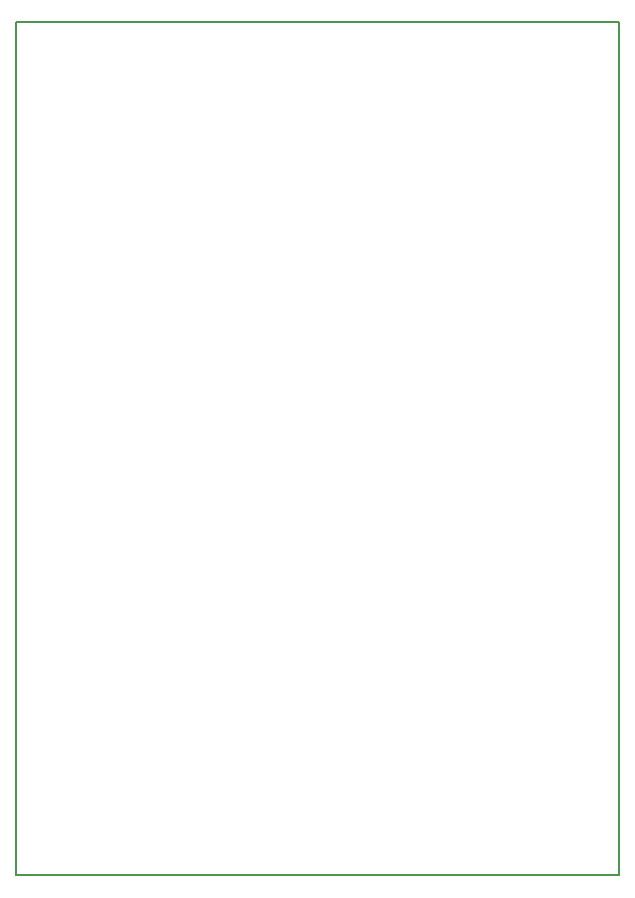
<source format=gbr>
G04*
G04  File:            STEP_DIMA1A.GBR, Thu Jun 24 12:16:09 2021*
G04  Source:          P-CAD 2004 PCB, Version 18.04.615, (D:\proj\velograph\snail\pcb\step_dima1a.pcb)*
G04  Format:          Gerber Format (RS-274-D), ASCII*
G04*
G04  Format Options:  Absolute Positioning*
G04                   Leading-Zero Suppression*
G04                   Scale Factor 1:1*
G04                   NO Circular Interpolation*
G04                   Millimeter Units*
G04                   Numeric Format: 5.3 (XXXXX.XXX)*
G04                   G54 NOT Used for Aperture Change*
G04                   Apertures Embedded*
G04*
G04  File Options:    Offset = (0.000mm,0.000mm)*
G04                   Drill Symbol Size = 0.000mm*
G04                   No Pad/Via Holes*
G04*
G04  File Contents:   No Pads*
G04                   No Vias*
G04                   No Designators*
G04                   No Types*
G04                   No Values*
G04                   No Drill Symbols*
G04                   Board*
G04*
%INSTEP_DIMA1A.GBR*%
%ICAS*%
%MOMM*%
G04*
G04  Aperture MACROs for general use --- invoked via D-code assignment *
G04*
G04  General MACRO for flashed round with rotation and/or offset hole *
%AMROTOFFROUND*
1,1,$1,0.0000,0.0000*
1,0,$2,$3,$4*%
G04*
G04  General MACRO for flashed oval (obround) with rotation and/or offset hole *
%AMROTOFFOVAL*
21,1,$1,$2,0.0000,0.0000,$3*
1,1,$4,$5,$6*
1,1,$4,0-$5,0-$6*
1,0,$7,$8,$9*%
G04*
G04  General MACRO for flashed oval (obround) with rotation and no hole *
%AMROTOVALNOHOLE*
21,1,$1,$2,0.0000,0.0000,$3*
1,1,$4,$5,$6*
1,1,$4,0-$5,0-$6*%
G04*
G04  General MACRO for flashed rectangle with rotation and/or offset hole *
%AMROTOFFRECT*
21,1,$1,$2,0.0000,0.0000,$3*
1,0,$4,$5,$6*%
G04*
G04  General MACRO for flashed rectangle with rotation and no hole *
%AMROTRECTNOHOLE*
21,1,$1,$2,0.0000,0.0000,$3*%
G04*
G04  General MACRO for flashed rounded-rectangle *
%AMROUNDRECT*
21,1,$1,$2-$4,0.0000,0.0000,$3*
21,1,$1-$4,$2,0.0000,0.0000,$3*
1,1,$4,$5,$6*
1,1,$4,$7,$8*
1,1,$4,0-$5,0-$6*
1,1,$4,0-$7,0-$8*
1,0,$9,$10,$11*%
G04*
G04  General MACRO for flashed rounded-rectangle with rotation and no hole *
%AMROUNDRECTNOHOLE*
21,1,$1,$2-$4,0.0000,0.0000,$3*
21,1,$1-$4,$2,0.0000,0.0000,$3*
1,1,$4,$5,$6*
1,1,$4,$7,$8*
1,1,$4,0-$5,0-$6*
1,1,$4,0-$7,0-$8*%
G04*
G04  General MACRO for flashed regular polygon *
%AMREGPOLY*
5,1,$1,0.0000,0.0000,$2,$3+$4*
1,0,$5,$6,$7*%
G04*
G04  General MACRO for flashed regular polygon with no hole *
%AMREGPOLYNOHOLE*
5,1,$1,0.0000,0.0000,$2,$3+$4*%
G04*
G04  General MACRO for target *
%AMTARGET*
6,0,0,$1,$2,$3,4,$4,$5,$6*%
G04*
G04  General MACRO for mounting hole *
%AMMTHOLE*
1,1,$1,0,0*
1,0,$2,0,0*
$1=$1-$2*
$1=$1/2*
21,1,$2+$1,$3,0,0,$4*
21,1,$3,$2+$1,0,0,$4*%
G04*
G04*
G04  D10 : "Ellipse X0.254mm Y0.254mm H0.000mm 0.0deg (0.000mm,0.000mm) Draw"*
G04  Disc: OuterDia=0.2540*
%ADD10C, 0.2540*%
G04  D11 : "Ellipse X0.025mm Y0.025mm H0.000mm 0.0deg (0.000mm,0.000mm) Draw"*
G04  Disc: OuterDia=0.0254*
%ADD11C, 0.0254*%
G04  D12 : "Ellipse X0.300mm Y0.300mm H0.000mm 0.0deg (0.000mm,0.000mm) Draw"*
G04  Disc: OuterDia=0.3000*
%ADD12C, 0.3000*%
G04  D13 : "Ellipse X0.305mm Y0.305mm H0.000mm 0.0deg (0.000mm,0.000mm) Draw"*
G04  Disc: OuterDia=0.3048*
%ADD13C, 0.3048*%
G04  D14 : "Ellipse X0.310mm Y0.310mm H0.000mm 0.0deg (0.000mm,0.000mm) Draw"*
G04  Disc: OuterDia=0.3100*
%ADD14C, 0.3100*%
G04  D15 : "Ellipse X0.350mm Y0.350mm H0.000mm 0.0deg (0.000mm,0.000mm) Draw"*
G04  Disc: OuterDia=0.3500*
%ADD15C, 0.3500*%
G04  D16 : "Ellipse X0.381mm Y0.381mm H0.000mm 0.0deg (0.000mm,0.000mm) Draw"*
G04  Disc: OuterDia=0.3810*
%ADD16C, 0.3810*%
G04  D17 : "Ellipse X0.500mm Y0.500mm H0.000mm 0.0deg (0.000mm,0.000mm) Draw"*
G04  Disc: OuterDia=0.5000*
%ADD17C, 0.5000*%
G04  D18 : "Ellipse X0.064mm Y0.064mm H0.000mm 0.0deg (0.000mm,0.000mm) Draw"*
G04  Disc: OuterDia=0.0635*
%ADD18C, 0.0635*%
G04  D19 : "Ellipse X0.635mm Y0.635mm H0.000mm 0.0deg (0.000mm,0.000mm) Draw"*
G04  Disc: OuterDia=0.6350*
%ADD19C, 0.6350*%
G04  D20 : "Ellipse X0.700mm Y0.700mm H0.000mm 0.0deg (0.000mm,0.000mm) Draw"*
G04  Disc: OuterDia=0.7000*
%ADD20C, 0.7000*%
G04  D21 : "Ellipse X0.076mm Y0.076mm H0.000mm 0.0deg (0.000mm,0.000mm) Draw"*
G04  Disc: OuterDia=0.0762*
%ADD21C, 0.0762*%
G04  D22 : "Ellipse X0.100mm Y0.100mm H0.000mm 0.0deg (0.000mm,0.000mm) Draw"*
G04  Disc: OuterDia=0.1000*
%ADD22C, 0.1000*%
G04  D23 : "Ellipse X1.000mm Y1.000mm H0.000mm 0.0deg (0.000mm,0.000mm) Draw"*
G04  Disc: OuterDia=1.0000*
%ADD23C, 1.0000*%
G04  D24 : "Ellipse X0.102mm Y0.102mm H0.000mm 0.0deg (0.000mm,0.000mm) Draw"*
G04  Disc: OuterDia=0.1016*
%ADD24C, 0.1016*%
G04  D25 : "Ellipse X0.127mm Y0.127mm H0.000mm 0.0deg (0.000mm,0.000mm) Draw"*
G04  Disc: OuterDia=0.1270*
%ADD25C, 0.1270*%
G04  D26 : "Ellipse X1.300mm Y1.300mm H0.000mm 0.0deg (0.000mm,0.000mm) Draw"*
G04  Disc: OuterDia=1.3000*
%ADD26C, 1.3000*%
G04  D27 : "Ellipse X1.500mm Y1.500mm H0.000mm 0.0deg (0.000mm,0.000mm) Draw"*
G04  Disc: OuterDia=1.5000*
%ADD27C, 1.5000*%
G04  D28 : "Ellipse X0.200mm Y0.200mm H0.000mm 0.0deg (0.000mm,0.000mm) Draw"*
G04  Disc: OuterDia=0.2000*
%ADD28C, 0.2000*%
G04  D29 : "Ellipse X2.000mm Y2.000mm H0.000mm 0.0deg (0.000mm,0.000mm) Draw"*
G04  Disc: OuterDia=2.0000*
%ADD29C, 2.0000*%
G04  D30 : "Ellipse X0.203mm Y0.203mm H0.000mm 0.0deg (0.000mm,0.000mm) Draw"*
G04  Disc: OuterDia=0.2032*
%ADD30C, 0.2032*%
G04  D31 : "Ellipse X0.250mm Y0.250mm H0.000mm 0.0deg (0.000mm,0.000mm) Draw"*
G04  Disc: OuterDia=0.2500*
%ADD31C, 0.2500*%
G04  D32 : "Ellipse X2.602mm Y2.602mm H0.000mm 0.0deg (0.000mm,0.000mm) Flash"*
G04  Disc: OuterDia=2.6020*
%ADD32C, 2.6020*%
G04  D33 : "Ellipse X3.602mm Y3.602mm H0.000mm 0.0deg (0.000mm,0.000mm) Flash"*
G04  Disc: OuterDia=3.6020*
%ADD33C, 3.6020*%
G04  D34 : "Ellipse X1.270mm Y1.270mm H0.000mm 0.0deg (0.000mm,0.000mm) Flash"*
G04  Disc: OuterDia=1.2700*
%ADD34C, 1.2700*%
G04  D35 : "Ellipse X1.372mm Y1.372mm H0.000mm 0.0deg (0.000mm,0.000mm) Flash"*
G04  Disc: OuterDia=1.3720*
%ADD35C, 1.3720*%
G04  D36 : "Ellipse X1.400mm Y1.400mm H0.000mm 0.0deg (0.000mm,0.000mm) Flash"*
G04  Disc: OuterDia=1.4000*
%ADD36C, 1.4000*%
G04  D37 : "Ellipse X1.502mm Y1.502mm H0.000mm 0.0deg (0.000mm,0.000mm) Flash"*
G04  Disc: OuterDia=1.5020*
%ADD37C, 1.5020*%
G04  D38 : "Ellipse X1.600mm Y1.600mm H0.000mm 0.0deg (0.000mm,0.000mm) Flash"*
G04  Disc: OuterDia=1.6000*
%ADD38C, 1.6000*%
G04  D39 : "Ellipse X1.702mm Y1.702mm H0.000mm 0.0deg (0.000mm,0.000mm) Flash"*
G04  Disc: OuterDia=1.7020*
%ADD39C, 1.7020*%
G04  D40 : "Ellipse X1.800mm Y1.800mm H0.000mm 0.0deg (0.000mm,0.000mm) Flash"*
G04  Disc: OuterDia=1.8000*
%ADD40C, 1.8000*%
G04  D41 : "Ellipse X1.902mm Y1.902mm H0.000mm 0.0deg (0.000mm,0.000mm) Flash"*
G04  Disc: OuterDia=1.9020*
%ADD41C, 1.9020*%
G04  D42 : "Ellipse X2.500mm Y2.500mm H0.000mm 0.0deg (0.000mm,0.000mm) Flash"*
G04  Disc: OuterDia=2.5000*
%ADD42C, 2.5000*%
G04  D43 : "Mounting Hole X3.500mm Y3.500mm H0.000mm 0.0deg (0.000mm,0.000mm) Flash"*
G04  Mounting Hole: Diameter=3.5000, Rotation=0.0, LineWidth=0.1270 *
%ADD43MTHOLE, 3.5000 X2.9920 X0.1270 X0.0*%
G04  D44 : "Rectangle X0.300mm Y1.500mm H0.000mm 0.0deg (0.000mm,0.000mm) Flash"*
G04  Rectangular: DimX=0.3000, DimY=1.5000, Rotation=0.0, OffsetX=0.0000, OffsetY=0.0000, HoleDia=0.0000 *
%ADD44R, 0.3000 X1.5000*%
G04  D45 : "Rectangle X1.500mm Y0.300mm H0.000mm 0.0deg (0.000mm,0.000mm) Flash"*
G04  Rectangular: DimX=1.5000, DimY=0.3000, Rotation=0.0, OffsetX=0.0000, OffsetY=0.0000, HoleDia=0.0000 *
%ADD45R, 1.5000 X0.3000*%
G04  D46 : "Rectangle X4.600mm Y2.800mm H0.000mm 0.0deg (0.000mm,0.000mm) Flash"*
G04  Rectangular: DimX=4.6000, DimY=2.8000, Rotation=0.0, OffsetX=0.0000, OffsetY=0.0000, HoleDia=0.0000 *
%ADD46R, 4.6000 X2.8000*%
G04  D47 : "Rectangle X4.700mm Y2.900mm H0.000mm 0.0deg (0.000mm,0.000mm) Flash"*
G04  Rectangular: DimX=4.7000, DimY=2.9000, Rotation=0.0, OffsetX=0.0000, OffsetY=0.0000, HoleDia=0.0000 *
%ADD47R, 4.7000 X2.9000*%
G04  D48 : "Rectangle X4.800mm Y3.000mm H0.000mm 0.0deg (0.000mm,0.000mm) Flash"*
G04  Rectangular: DimX=4.8000, DimY=3.0000, Rotation=0.0, OffsetX=0.0000, OffsetY=0.0000, HoleDia=0.0000 *
%ADD48R, 4.8000 X3.0000*%
G04  D49 : "Rectangle X7.500mm Y3.000mm H0.000mm 0.0deg (0.000mm,0.000mm) Flash"*
G04  Rectangular: DimX=7.5000, DimY=3.0000, Rotation=0.0, OffsetX=0.0000, OffsetY=0.0000, HoleDia=0.0000 *
%ADD49R, 7.5000 X3.0000*%
G04  D50 : "Rectangle X7.602mm Y3.102mm H0.000mm 0.0deg (0.000mm,0.000mm) Flash"*
G04  Rectangular: DimX=7.6020, DimY=3.1020, Rotation=0.0, OffsetX=0.0000, OffsetY=0.0000, HoleDia=0.0000 *
%ADD50R, 7.6020 X3.1020*%
G04  D51 : "Rectangle X1.400mm Y3.500mm H0.000mm 0.0deg (0.000mm,0.000mm) Flash"*
G04  Rectangular: DimX=1.4000, DimY=3.5000, Rotation=0.0, OffsetX=0.0000, OffsetY=0.0000, HoleDia=0.0000 *
%ADD51R, 1.4000 X3.5000*%
G04  D52 : "Rectangle X1.502mm Y3.602mm H0.000mm 0.0deg (0.000mm,0.000mm) Flash"*
G04  Rectangular: DimX=1.5020, DimY=3.6020, Rotation=0.0, OffsetX=0.0000, OffsetY=0.0000, HoleDia=0.0000 *
%ADD52R, 1.5020 X3.6020*%
G04  D53 : "Rectangle X0.402mm Y1.602mm H0.000mm 0.0deg (0.000mm,0.000mm) Flash"*
G04  Rectangular: DimX=0.4020, DimY=1.6020, Rotation=0.0, OffsetX=0.0000, OffsetY=0.0000, HoleDia=0.0000 *
%ADD53R, 0.4020 X1.6020*%
G04  D54 : "Rectangle X1.602mm Y0.402mm H0.000mm 0.0deg (0.000mm,0.000mm) Flash"*
G04  Rectangular: DimX=1.6020, DimY=0.4020, Rotation=0.0, OffsetX=0.0000, OffsetY=0.0000, HoleDia=0.0000 *
%ADD54R, 1.6020 X0.4020*%
G04  D55 : "Rectangle X5.080mm Y5.080mm H0.000mm 0.0deg (0.000mm,0.000mm) Flash"*
G04  Square: Side=5.0800, Rotation=0.0, OffsetX=0.0000, OffsetY=0.0000, HoleDia=0.0000*
%ADD55R, 5.0800 X5.0800*%
G04  D56 : "Rectangle X5.182mm Y5.182mm H0.000mm 0.0deg (0.000mm,0.000mm) Flash"*
G04  Square: Side=5.1820, Rotation=0.0, OffsetX=0.0000, OffsetY=0.0000, HoleDia=0.0000*
%ADD56R, 5.1820 X5.1820*%
G04  D57 : "Rectangle X0.600mm Y0.900mm H0.000mm 0.0deg (0.000mm,0.000mm) Flash"*
G04  Rectangular: DimX=0.6000, DimY=0.9000, Rotation=0.0, OffsetX=0.0000, OffsetY=0.0000, HoleDia=0.0000 *
%ADD57R, 0.6000 X0.9000*%
G04  D58 : "Rectangle X0.900mm Y0.600mm H0.000mm 0.0deg (0.000mm,0.000mm) Flash"*
G04  Rectangular: DimX=0.9000, DimY=0.6000, Rotation=0.0, OffsetX=0.0000, OffsetY=0.0000, HoleDia=0.0000 *
%ADD58R, 0.9000 X0.6000*%
G04  D59 : "Rectangle X0.650mm Y1.310mm H0.000mm 0.0deg (0.000mm,0.000mm) Flash"*
G04  Rectangular: DimX=0.6500, DimY=1.3100, Rotation=0.0, OffsetX=0.0000, OffsetY=0.0000, HoleDia=0.0000 *
%ADD59R, 0.6500 X1.3100*%
G04  D60 : "Rectangle X0.702mm Y1.002mm H0.000mm 0.0deg (0.000mm,0.000mm) Flash"*
G04  Rectangular: DimX=0.7020, DimY=1.0020, Rotation=0.0, OffsetX=0.0000, OffsetY=0.0000, HoleDia=0.0000 *
%ADD60R, 0.7020 X1.0020*%
G04  D61 : "Rectangle X1.002mm Y0.702mm H0.000mm 0.0deg (0.000mm,0.000mm) Flash"*
G04  Rectangular: DimX=1.0020, DimY=0.7020, Rotation=0.0, OffsetX=0.0000, OffsetY=0.0000, HoleDia=0.0000 *
%ADD61R, 1.0020 X0.7020*%
G04  D62 : "Rectangle X0.752mm Y1.412mm H0.000mm 0.0deg (0.000mm,0.000mm) Flash"*
G04  Rectangular: DimX=0.7520, DimY=1.4120, Rotation=0.0, OffsetX=0.0000, OffsetY=0.0000, HoleDia=0.0000 *
%ADD62R, 0.7520 X1.4120*%
G04  D63 : "Rectangle X1.220mm Y0.910mm H0.000mm 0.0deg (0.000mm,0.000mm) Flash"*
G04  Rectangular: DimX=1.2200, DimY=0.9100, Rotation=0.0, OffsetX=0.0000, OffsetY=0.0000, HoleDia=0.0000 *
%ADD63R, 1.2200 X0.9100*%
G04  D64 : "Rectangle X0.950mm Y1.100mm H0.000mm 0.0deg (0.000mm,0.000mm) Flash"*
G04  Rectangular: DimX=0.9500, DimY=1.1000, Rotation=0.0, OffsetX=0.0000, OffsetY=0.0000, HoleDia=0.0000 *
%ADD64R, 0.9500 X1.1000*%
G04  D65 : "Rectangle X1.322mm Y1.012mm H0.000mm 0.0deg (0.000mm,0.000mm) Flash"*
G04  Rectangular: DimX=1.3220, DimY=1.0120, Rotation=0.0, OffsetX=0.0000, OffsetY=0.0000, HoleDia=0.0000 *
%ADD65R, 1.3220 X1.0120*%
G04  D66 : "Rectangle X1.052mm Y1.202mm H0.000mm 0.0deg (0.000mm,0.000mm) Flash"*
G04  Rectangular: DimX=1.0520, DimY=1.2020, Rotation=0.0, OffsetX=0.0000, OffsetY=0.0000, HoleDia=0.0000 *
%ADD66R, 1.0520 X1.2020*%
G04  D67 : "Rectangle X1.600mm Y1.100mm H0.000mm 0.0deg (0.000mm,0.000mm) Flash"*
G04  Rectangular: DimX=1.6000, DimY=1.1000, Rotation=0.0, OffsetX=0.0000, OffsetY=0.0000, HoleDia=0.0000 *
%ADD67R, 1.6000 X1.1000*%
G04  D68 : "Rectangle X1.400mm Y1.200mm H0.000mm 0.0deg (0.000mm,0.000mm) Flash"*
G04  Rectangular: DimX=1.4000, DimY=1.2000, Rotation=0.0, OffsetX=0.0000, OffsetY=0.0000, HoleDia=0.0000 *
%ADD68R, 1.4000 X1.2000*%
G04  D69 : "Rectangle X1.702mm Y1.202mm H0.000mm 0.0deg (0.000mm,0.000mm) Flash"*
G04  Rectangular: DimX=1.7020, DimY=1.2020, Rotation=0.0, OffsetX=0.0000, OffsetY=0.0000, HoleDia=0.0000 *
%ADD69R, 1.7020 X1.2020*%
G04  D70 : "Rectangle X1.502mm Y1.302mm H0.000mm 0.0deg (0.000mm,0.000mm) Flash"*
G04  Rectangular: DimX=1.5020, DimY=1.3020, Rotation=0.0, OffsetX=0.0000, OffsetY=0.0000, HoleDia=0.0000 *
%ADD70R, 1.5020 X1.3020*%
G04  D71 : "Rectangle X1.500mm Y1.800mm H0.000mm 0.0deg (0.000mm,0.000mm) Flash"*
G04  Rectangular: DimX=1.5000, DimY=1.8000, Rotation=0.0, OffsetX=0.0000, OffsetY=0.0000, HoleDia=0.0000 *
%ADD71R, 1.5000 X1.8000*%
G04  D72 : "Rectangle X1.800mm Y1.500mm H0.000mm 0.0deg (0.000mm,0.000mm) Flash"*
G04  Rectangular: DimX=1.8000, DimY=1.5000, Rotation=0.0, OffsetX=0.0000, OffsetY=0.0000, HoleDia=0.0000 *
%ADD72R, 1.8000 X1.5000*%
G04  D73 : "Rectangle X1.600mm Y1.350mm H0.000mm 0.0deg (0.000mm,0.000mm) Flash"*
G04  Rectangular: DimX=1.6000, DimY=1.3500, Rotation=0.0, OffsetX=0.0000, OffsetY=0.0000, HoleDia=0.0000 *
%ADD73R, 1.6000 X1.3500*%
G04  D74 : "Rectangle X1.602mm Y1.902mm H0.000mm 0.0deg (0.000mm,0.000mm) Flash"*
G04  Rectangular: DimX=1.6020, DimY=1.9020, Rotation=0.0, OffsetX=0.0000, OffsetY=0.0000, HoleDia=0.0000 *
%ADD74R, 1.6020 X1.9020*%
G04  D75 : "Rectangle X1.902mm Y1.602mm H0.000mm 0.0deg (0.000mm,0.000mm) Flash"*
G04  Rectangular: DimX=1.9020, DimY=1.6020, Rotation=0.0, OffsetX=0.0000, OffsetY=0.0000, HoleDia=0.0000 *
%ADD75R, 1.9020 X1.6020*%
G04  D76 : "Rectangle X1.702mm Y1.452mm H0.000mm 0.0deg (0.000mm,0.000mm) Flash"*
G04  Rectangular: DimX=1.7020, DimY=1.4520, Rotation=0.0, OffsetX=0.0000, OffsetY=0.0000, HoleDia=0.0000 *
%ADD76R, 1.7020 X1.4520*%
G04  D77 : "Rectangle X1.778mm Y3.175mm H0.000mm 0.0deg (0.000mm,0.000mm) Flash"*
G04  Rectangular: DimX=1.7780, DimY=3.1750, Rotation=0.0, OffsetX=0.0000, OffsetY=0.0000, HoleDia=0.0000 *
%ADD77R, 1.7780 X3.1750*%
G04  D78 : "Rectangle X1.800mm Y1.800mm H0.000mm 0.0deg (0.000mm,0.000mm) Flash"*
G04  Square: Side=1.8000, Rotation=0.0, OffsetX=0.0000, OffsetY=0.0000, HoleDia=0.0000*
%ADD78R, 1.8000 X1.8000*%
G04  D79 : "Rectangle X1.880mm Y3.277mm H0.000mm 0.0deg (0.000mm,0.000mm) Flash"*
G04  Rectangular: DimX=1.8800, DimY=3.2770, Rotation=0.0, OffsetX=0.0000, OffsetY=0.0000, HoleDia=0.0000 *
%ADD79R, 1.8800 X3.2770*%
G04  D80 : "Rectangle X0.200mm Y1.900mm H0.000mm 0.0deg (0.000mm,0.000mm) Flash"*
G04  Rectangular: DimX=0.2000, DimY=1.9000, Rotation=0.0, OffsetX=0.0000, OffsetY=0.0000, HoleDia=0.0000 *
%ADD80R, 0.2000 X1.9000*%
G04  D81 : "Rectangle X1.902mm Y1.902mm H0.000mm 0.0deg (0.000mm,0.000mm) Flash"*
G04  Square: Side=1.9020, Rotation=0.0, OffsetX=0.0000, OffsetY=0.0000, HoleDia=0.0000*
%ADD81R, 1.9020 X1.9020*%
G04  D82 : "Rectangle X0.300mm Y2.000mm H0.000mm 0.0deg (0.000mm,0.000mm) Flash"*
G04  Rectangular: DimX=0.3000, DimY=2.0000, Rotation=0.0, OffsetX=0.0000, OffsetY=0.0000, HoleDia=0.0000 *
%ADD82R, 0.3000 X2.0000*%
G04  D83 : "Rectangle X2.000mm Y4.000mm H0.000mm 0.0deg (0.000mm,0.000mm) Flash"*
G04  Rectangular: DimX=2.0000, DimY=4.0000, Rotation=0.0, OffsetX=0.0000, OffsetY=0.0000, HoleDia=0.0000 *
%ADD83R, 2.0000 X4.0000*%
G04  D84 : "Rectangle X4.000mm Y2.000mm H0.000mm 0.0deg (0.000mm,0.000mm) Flash"*
G04  Rectangular: DimX=4.0000, DimY=2.0000, Rotation=0.0, OffsetX=0.0000, OffsetY=0.0000, HoleDia=0.0000 *
%ADD84R, 4.0000 X2.0000*%
G04  D85 : "Rectangle X0.400mm Y2.100mm H0.000mm 0.0deg (0.000mm,0.000mm) Flash"*
G04  Rectangular: DimX=0.4000, DimY=2.1000, Rotation=0.0, OffsetX=0.0000, OffsetY=0.0000, HoleDia=0.0000 *
%ADD85R, 0.4000 X2.1000*%
G04  D86 : "Rectangle X2.102mm Y4.102mm H0.000mm 0.0deg (0.000mm,0.000mm) Flash"*
G04  Rectangular: DimX=2.1020, DimY=4.1020, Rotation=0.0, OffsetX=0.0000, OffsetY=0.0000, HoleDia=0.0000 *
%ADD86R, 2.1020 X4.1020*%
G04  D87 : "Rectangle X4.102mm Y2.102mm H0.000mm 0.0deg (0.000mm,0.000mm) Flash"*
G04  Rectangular: DimX=4.1020, DimY=2.1020, Rotation=0.0, OffsetX=0.0000, OffsetY=0.0000, HoleDia=0.0000 *
%ADD87R, 4.1020 X2.1020*%
G04  D88 : "Ellipse X0.600mm Y0.600mm H0.000mm 0.0deg (0.000mm,0.000mm) Flash"*
G04  Disc: OuterDia=0.6000*
%ADD88C, 0.6000*%
G04  D89 : "Ellipse X0.702mm Y0.702mm H0.000mm 0.0deg (0.000mm,0.000mm) Flash"*
G04  Disc: OuterDia=0.7020*
%ADD89C, 0.7020*%
G04*
%FSLAX53Y53*%
%SFA1B1*%
%OFA0.000B0.000*%
G04*
G71*
G90*
G01*
D2*
%LNBoard*%
D28*
X379250Y365250*
Y437500D1*
X430250D2*
Y365250D1*
X379250*
Y437500D2*
X430250D1*
D02M02*

</source>
